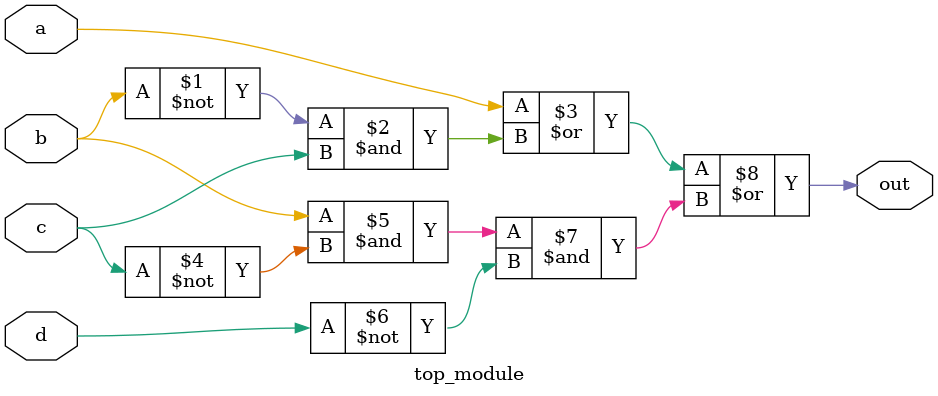
<source format=v>
module top_module(
    input a,
    input b,
    input c,
    input d,
    output out  ); 

    assign out = a | (~b&c) | (b&~c&~d);
    
endmodule
</source>
